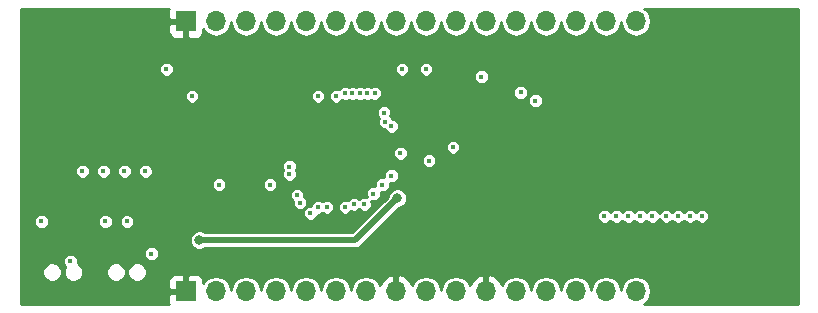
<source format=gbr>
G04 #@! TF.FileFunction,Copper,L2,Inr,Signal*
%FSLAX46Y46*%
G04 Gerber Fmt 4.6, Leading zero omitted, Abs format (unit mm)*
G04 Created by KiCad (PCBNEW 4.0.5) date 02/16/17 10:34:01*
%MOMM*%
%LPD*%
G01*
G04 APERTURE LIST*
%ADD10C,0.100000*%
%ADD11C,0.400000*%
%ADD12R,1.700000X1.700000*%
%ADD13O,1.700000X1.700000*%
%ADD14C,0.800000*%
%ADD15C,0.500000*%
%ADD16C,0.254000*%
G04 APERTURE END LIST*
D10*
D11*
X87500000Y-85000000D03*
X87500000Y-86000000D03*
X87500000Y-99000000D03*
X87500000Y-100000000D03*
X151500000Y-98000000D03*
X152500000Y-99000000D03*
X152500000Y-98000000D03*
X152500000Y-97000000D03*
X149500000Y-102000000D03*
X151500000Y-102000000D03*
X151500000Y-104000000D03*
X150500000Y-102000000D03*
X87500000Y-98000000D03*
X89500000Y-97000000D03*
X88500000Y-87000000D03*
X87500000Y-87000000D03*
X88500000Y-88000000D03*
X89500000Y-88000000D03*
X88500000Y-96000000D03*
X89500000Y-96000000D03*
X144000000Y-103000000D03*
X145000000Y-106000000D03*
X144000000Y-106000000D03*
X147000000Y-102000000D03*
X152500000Y-102000000D03*
X146000000Y-102000000D03*
X145000000Y-104000000D03*
X151500000Y-105000000D03*
X88500000Y-97000000D03*
X87500000Y-97000000D03*
X87500000Y-88000000D03*
X89500000Y-87000000D03*
X152500000Y-105000000D03*
X145000000Y-103000000D03*
X145000000Y-105000000D03*
X151500000Y-106000000D03*
X144000000Y-105000000D03*
X144000000Y-104000000D03*
X152500000Y-103000000D03*
X152500000Y-104000000D03*
X144000000Y-102000000D03*
X152500000Y-106000000D03*
X151500000Y-97000000D03*
X151500000Y-96000000D03*
X145000000Y-102000000D03*
X151500000Y-103000000D03*
X151500000Y-99000000D03*
X88500000Y-90000000D03*
X89500000Y-90000000D03*
X88500000Y-94000000D03*
X89500000Y-94000000D03*
X87500000Y-103000000D03*
X87500000Y-104000000D03*
X87500000Y-102000000D03*
X87500000Y-101000000D03*
X87500000Y-94000000D03*
X89500000Y-93000000D03*
X88500000Y-93000000D03*
X87500000Y-93000000D03*
X89500000Y-89000000D03*
X87500000Y-90000000D03*
X87500000Y-95000000D03*
X88500000Y-95000000D03*
X87500000Y-105000000D03*
X87500000Y-106000000D03*
X87500000Y-96000000D03*
X89500000Y-95000000D03*
X88500000Y-89000000D03*
X87500000Y-89000000D03*
X152500000Y-89000000D03*
X151500000Y-89000000D03*
X152500000Y-86000000D03*
X151500000Y-86000000D03*
X151500000Y-82000000D03*
X152500000Y-82000000D03*
X152500000Y-84000000D03*
X151500000Y-85000000D03*
X152500000Y-85000000D03*
X151500000Y-87000000D03*
X152500000Y-83000000D03*
X151500000Y-83000000D03*
X151500000Y-88000000D03*
X152500000Y-88000000D03*
X152500000Y-90000000D03*
X152500000Y-87000000D03*
X151500000Y-84000000D03*
X152500000Y-93000000D03*
X151500000Y-94000000D03*
X152500000Y-94000000D03*
X152500000Y-92000000D03*
X152500000Y-91000000D03*
X152500000Y-95000000D03*
X151500000Y-95000000D03*
X87500000Y-84000000D03*
X152500000Y-96000000D03*
X87500000Y-83000000D03*
D12*
X101092000Y-82550000D03*
D13*
X103632000Y-82550000D03*
X106172000Y-82550000D03*
X108712000Y-82550000D03*
X111252000Y-82550000D03*
X113792000Y-82550000D03*
X116332000Y-82550000D03*
X118872000Y-82550000D03*
X121412000Y-82550000D03*
X123952000Y-82550000D03*
X126492000Y-82550000D03*
X129032000Y-82550000D03*
X131572000Y-82550000D03*
X134112000Y-82550000D03*
X136652000Y-82550000D03*
X139192000Y-82550000D03*
D12*
X101092000Y-105410000D03*
D13*
X103632000Y-105410000D03*
X106172000Y-105410000D03*
X108712000Y-105410000D03*
X111252000Y-105410000D03*
X113792000Y-105410000D03*
X116332000Y-105410000D03*
X118872000Y-105410000D03*
X121412000Y-105410000D03*
X123952000Y-105410000D03*
X126492000Y-105410000D03*
X129032000Y-105410000D03*
X131572000Y-105410000D03*
X134112000Y-105410000D03*
X136652000Y-105410000D03*
X139192000Y-105410000D03*
D11*
X87500000Y-82000000D03*
X115714750Y-94886750D03*
X114602250Y-94886750D03*
X113489750Y-94886750D03*
X112377250Y-94886750D03*
X115714750Y-93774250D03*
X114602250Y-93774250D03*
X113489750Y-93774250D03*
X112377250Y-93774250D03*
X115714750Y-92661750D03*
X114602250Y-92661750D03*
X113489750Y-92661750D03*
X112377250Y-92661750D03*
X115714750Y-91549250D03*
X114602250Y-91549250D03*
X113489750Y-91549250D03*
X112377250Y-91549250D03*
X111633000Y-98806000D03*
X119380000Y-86614000D03*
X97663000Y-95250000D03*
X95885000Y-95250000D03*
X94107000Y-95250000D03*
X92329000Y-95250000D03*
X99441000Y-86614000D03*
X101600000Y-88900000D03*
X112268000Y-88900000D03*
X113792000Y-88900000D03*
X94260000Y-99500000D03*
X88860000Y-99500000D03*
X91313000Y-102870000D03*
X98171000Y-102235000D03*
X116967000Y-97155000D03*
X96100000Y-99500000D03*
D14*
X118999000Y-97536000D03*
X102235000Y-101092000D03*
D11*
X115824000Y-88646000D03*
X115189000Y-88646000D03*
X109855000Y-94869000D03*
X109855000Y-95504000D03*
X103886000Y-96393000D03*
X108204000Y-96393000D03*
X110490000Y-97282000D03*
X144780000Y-99060000D03*
X110744000Y-97917000D03*
X143764000Y-99060000D03*
X112268000Y-98298000D03*
X142748000Y-99060000D03*
X113030000Y-98298000D03*
X141732000Y-99060000D03*
X114554000Y-98298000D03*
X140589000Y-99060000D03*
X115316000Y-98044000D03*
X139573000Y-99060000D03*
X116205000Y-98044000D03*
X119253000Y-93726000D03*
X123698000Y-93218000D03*
X121412000Y-86614000D03*
X116459000Y-88646000D03*
X114554000Y-88646000D03*
X129421705Y-88585405D03*
X117094000Y-88646000D03*
X117856000Y-90297000D03*
X117983000Y-91059000D03*
X118491000Y-91440000D03*
X136525000Y-99060000D03*
X121666000Y-94361000D03*
X126111000Y-87249000D03*
X137541000Y-99060000D03*
X118491000Y-95631000D03*
X117729000Y-96393000D03*
X130683000Y-89281000D03*
X138557000Y-99060000D03*
D15*
X102235000Y-101092000D02*
X115443000Y-101092000D01*
X115443000Y-101092000D02*
X118999000Y-97536000D01*
D16*
G36*
X99607000Y-81573691D02*
X99607000Y-82264250D01*
X99765750Y-82423000D01*
X100965000Y-82423000D01*
X100965000Y-82403000D01*
X101219000Y-82403000D01*
X101219000Y-82423000D01*
X101239000Y-82423000D01*
X101239000Y-82677000D01*
X101219000Y-82677000D01*
X101219000Y-83876250D01*
X101377750Y-84035000D01*
X102068310Y-84035000D01*
X102301699Y-83938327D01*
X102480327Y-83759698D01*
X102577000Y-83526309D01*
X102577000Y-83250472D01*
X102729025Y-83477993D01*
X103143313Y-83754812D01*
X103632000Y-83852018D01*
X104120687Y-83754812D01*
X104534975Y-83477993D01*
X104811794Y-83063705D01*
X104902000Y-82610209D01*
X104992206Y-83063705D01*
X105269025Y-83477993D01*
X105683313Y-83754812D01*
X106172000Y-83852018D01*
X106660687Y-83754812D01*
X107074975Y-83477993D01*
X107351794Y-83063705D01*
X107442000Y-82610209D01*
X107532206Y-83063705D01*
X107809025Y-83477993D01*
X108223313Y-83754812D01*
X108712000Y-83852018D01*
X109200687Y-83754812D01*
X109614975Y-83477993D01*
X109891794Y-83063705D01*
X109982000Y-82610209D01*
X110072206Y-83063705D01*
X110349025Y-83477993D01*
X110763313Y-83754812D01*
X111252000Y-83852018D01*
X111740687Y-83754812D01*
X112154975Y-83477993D01*
X112431794Y-83063705D01*
X112522000Y-82610209D01*
X112612206Y-83063705D01*
X112889025Y-83477993D01*
X113303313Y-83754812D01*
X113792000Y-83852018D01*
X114280687Y-83754812D01*
X114694975Y-83477993D01*
X114971794Y-83063705D01*
X115062000Y-82610209D01*
X115152206Y-83063705D01*
X115429025Y-83477993D01*
X115843313Y-83754812D01*
X116332000Y-83852018D01*
X116820687Y-83754812D01*
X117234975Y-83477993D01*
X117511794Y-83063705D01*
X117602000Y-82610209D01*
X117692206Y-83063705D01*
X117969025Y-83477993D01*
X118383313Y-83754812D01*
X118872000Y-83852018D01*
X119360687Y-83754812D01*
X119774975Y-83477993D01*
X120051794Y-83063705D01*
X120142000Y-82610209D01*
X120232206Y-83063705D01*
X120509025Y-83477993D01*
X120923313Y-83754812D01*
X121412000Y-83852018D01*
X121900687Y-83754812D01*
X122314975Y-83477993D01*
X122591794Y-83063705D01*
X122682000Y-82610209D01*
X122772206Y-83063705D01*
X123049025Y-83477993D01*
X123463313Y-83754812D01*
X123952000Y-83852018D01*
X124440687Y-83754812D01*
X124854975Y-83477993D01*
X125131794Y-83063705D01*
X125222000Y-82610209D01*
X125312206Y-83063705D01*
X125589025Y-83477993D01*
X126003313Y-83754812D01*
X126492000Y-83852018D01*
X126980687Y-83754812D01*
X127394975Y-83477993D01*
X127671794Y-83063705D01*
X127762000Y-82610209D01*
X127852206Y-83063705D01*
X128129025Y-83477993D01*
X128543313Y-83754812D01*
X129032000Y-83852018D01*
X129520687Y-83754812D01*
X129934975Y-83477993D01*
X130211794Y-83063705D01*
X130302000Y-82610209D01*
X130392206Y-83063705D01*
X130669025Y-83477993D01*
X131083313Y-83754812D01*
X131572000Y-83852018D01*
X132060687Y-83754812D01*
X132474975Y-83477993D01*
X132751794Y-83063705D01*
X132842000Y-82610209D01*
X132932206Y-83063705D01*
X133209025Y-83477993D01*
X133623313Y-83754812D01*
X134112000Y-83852018D01*
X134600687Y-83754812D01*
X135014975Y-83477993D01*
X135291794Y-83063705D01*
X135382000Y-82610209D01*
X135472206Y-83063705D01*
X135749025Y-83477993D01*
X136163313Y-83754812D01*
X136652000Y-83852018D01*
X137140687Y-83754812D01*
X137554975Y-83477993D01*
X137831794Y-83063705D01*
X137922000Y-82610209D01*
X138012206Y-83063705D01*
X138289025Y-83477993D01*
X138703313Y-83754812D01*
X139192000Y-83852018D01*
X139680687Y-83754812D01*
X140094975Y-83477993D01*
X140371794Y-83063705D01*
X140469000Y-82575018D01*
X140469000Y-82524982D01*
X140371794Y-82036295D01*
X140094975Y-81622007D01*
X139915372Y-81502000D01*
X152873000Y-81502000D01*
X152873000Y-106498000D01*
X139855508Y-106498000D01*
X140094975Y-106337993D01*
X140371794Y-105923705D01*
X140469000Y-105435018D01*
X140469000Y-105384982D01*
X140371794Y-104896295D01*
X140094975Y-104482007D01*
X139680687Y-104205188D01*
X139192000Y-104107982D01*
X138703313Y-104205188D01*
X138289025Y-104482007D01*
X138012206Y-104896295D01*
X137922000Y-105349791D01*
X137831794Y-104896295D01*
X137554975Y-104482007D01*
X137140687Y-104205188D01*
X136652000Y-104107982D01*
X136163313Y-104205188D01*
X135749025Y-104482007D01*
X135472206Y-104896295D01*
X135382000Y-105349791D01*
X135291794Y-104896295D01*
X135014975Y-104482007D01*
X134600687Y-104205188D01*
X134112000Y-104107982D01*
X133623313Y-104205188D01*
X133209025Y-104482007D01*
X132932206Y-104896295D01*
X132842000Y-105349791D01*
X132751794Y-104896295D01*
X132474975Y-104482007D01*
X132060687Y-104205188D01*
X131572000Y-104107982D01*
X131083313Y-104205188D01*
X130669025Y-104482007D01*
X130392206Y-104896295D01*
X130302000Y-105349791D01*
X130211794Y-104896295D01*
X129934975Y-104482007D01*
X129520687Y-104205188D01*
X129032000Y-104107982D01*
X128543313Y-104205188D01*
X128129025Y-104482007D01*
X127856691Y-104889583D01*
X127687183Y-104528642D01*
X127258924Y-104138355D01*
X126848890Y-103968524D01*
X126619000Y-104089845D01*
X126619000Y-105283000D01*
X126639000Y-105283000D01*
X126639000Y-105537000D01*
X126619000Y-105537000D01*
X126619000Y-105557000D01*
X126365000Y-105557000D01*
X126365000Y-105537000D01*
X126345000Y-105537000D01*
X126345000Y-105283000D01*
X126365000Y-105283000D01*
X126365000Y-104089845D01*
X126135110Y-103968524D01*
X125725076Y-104138355D01*
X125296817Y-104528642D01*
X125127309Y-104889583D01*
X124854975Y-104482007D01*
X124440687Y-104205188D01*
X123952000Y-104107982D01*
X123463313Y-104205188D01*
X123049025Y-104482007D01*
X122772206Y-104896295D01*
X122682000Y-105349791D01*
X122591794Y-104896295D01*
X122314975Y-104482007D01*
X121900687Y-104205188D01*
X121412000Y-104107982D01*
X120923313Y-104205188D01*
X120509025Y-104482007D01*
X120236691Y-104889583D01*
X120067183Y-104528642D01*
X119638924Y-104138355D01*
X119228890Y-103968524D01*
X118999000Y-104089845D01*
X118999000Y-105283000D01*
X119019000Y-105283000D01*
X119019000Y-105537000D01*
X118999000Y-105537000D01*
X118999000Y-105557000D01*
X118745000Y-105557000D01*
X118745000Y-105537000D01*
X118725000Y-105537000D01*
X118725000Y-105283000D01*
X118745000Y-105283000D01*
X118745000Y-104089845D01*
X118515110Y-103968524D01*
X118105076Y-104138355D01*
X117676817Y-104528642D01*
X117507309Y-104889583D01*
X117234975Y-104482007D01*
X116820687Y-104205188D01*
X116332000Y-104107982D01*
X115843313Y-104205188D01*
X115429025Y-104482007D01*
X115152206Y-104896295D01*
X115062000Y-105349791D01*
X114971794Y-104896295D01*
X114694975Y-104482007D01*
X114280687Y-104205188D01*
X113792000Y-104107982D01*
X113303313Y-104205188D01*
X112889025Y-104482007D01*
X112612206Y-104896295D01*
X112522000Y-105349791D01*
X112431794Y-104896295D01*
X112154975Y-104482007D01*
X111740687Y-104205188D01*
X111252000Y-104107982D01*
X110763313Y-104205188D01*
X110349025Y-104482007D01*
X110072206Y-104896295D01*
X109982000Y-105349791D01*
X109891794Y-104896295D01*
X109614975Y-104482007D01*
X109200687Y-104205188D01*
X108712000Y-104107982D01*
X108223313Y-104205188D01*
X107809025Y-104482007D01*
X107532206Y-104896295D01*
X107442000Y-105349791D01*
X107351794Y-104896295D01*
X107074975Y-104482007D01*
X106660687Y-104205188D01*
X106172000Y-104107982D01*
X105683313Y-104205188D01*
X105269025Y-104482007D01*
X104992206Y-104896295D01*
X104902000Y-105349791D01*
X104811794Y-104896295D01*
X104534975Y-104482007D01*
X104120687Y-104205188D01*
X103632000Y-104107982D01*
X103143313Y-104205188D01*
X102729025Y-104482007D01*
X102577000Y-104709528D01*
X102577000Y-104433691D01*
X102480327Y-104200302D01*
X102301699Y-104021673D01*
X102068310Y-103925000D01*
X101377750Y-103925000D01*
X101219000Y-104083750D01*
X101219000Y-105283000D01*
X101239000Y-105283000D01*
X101239000Y-105537000D01*
X101219000Y-105537000D01*
X101219000Y-105557000D01*
X100965000Y-105557000D01*
X100965000Y-105537000D01*
X99765750Y-105537000D01*
X99607000Y-105695750D01*
X99607000Y-106386309D01*
X99653264Y-106498000D01*
X87127000Y-106498000D01*
X87127000Y-103958279D01*
X88933357Y-103958279D01*
X89058995Y-104262346D01*
X89291430Y-104495188D01*
X89595278Y-104621356D01*
X89924279Y-104621643D01*
X90228346Y-104496005D01*
X90461188Y-104263570D01*
X90587356Y-103959722D01*
X90587643Y-103630721D01*
X90462005Y-103326654D01*
X90229570Y-103093812D01*
X89989607Y-102994171D01*
X90685891Y-102994171D01*
X90781145Y-103224703D01*
X90870773Y-103314488D01*
X90859812Y-103325430D01*
X90733644Y-103629278D01*
X90733357Y-103958279D01*
X90858995Y-104262346D01*
X91091430Y-104495188D01*
X91395278Y-104621356D01*
X91724279Y-104621643D01*
X92028346Y-104496005D01*
X92261188Y-104263570D01*
X92387332Y-103959779D01*
X94330857Y-103959779D01*
X94456495Y-104263846D01*
X94688930Y-104496688D01*
X94992778Y-104622856D01*
X95321779Y-104623143D01*
X95625846Y-104497505D01*
X95858688Y-104265070D01*
X95984856Y-103961222D01*
X95984857Y-103959779D01*
X96130857Y-103959779D01*
X96256495Y-104263846D01*
X96488930Y-104496688D01*
X96792778Y-104622856D01*
X97121779Y-104623143D01*
X97425846Y-104497505D01*
X97489771Y-104433691D01*
X99607000Y-104433691D01*
X99607000Y-105124250D01*
X99765750Y-105283000D01*
X100965000Y-105283000D01*
X100965000Y-104083750D01*
X100806250Y-103925000D01*
X100115690Y-103925000D01*
X99882301Y-104021673D01*
X99703673Y-104200302D01*
X99607000Y-104433691D01*
X97489771Y-104433691D01*
X97658688Y-104265070D01*
X97784856Y-103961222D01*
X97785143Y-103632221D01*
X97659505Y-103328154D01*
X97427070Y-103095312D01*
X97123222Y-102969144D01*
X96794221Y-102968857D01*
X96490154Y-103094495D01*
X96257312Y-103326930D01*
X96131144Y-103630778D01*
X96130857Y-103959779D01*
X95984857Y-103959779D01*
X95985143Y-103632221D01*
X95859505Y-103328154D01*
X95627070Y-103095312D01*
X95323222Y-102969144D01*
X94994221Y-102968857D01*
X94690154Y-103094495D01*
X94457312Y-103326930D01*
X94331144Y-103630778D01*
X94330857Y-103959779D01*
X92387332Y-103959779D01*
X92387356Y-103959722D01*
X92387643Y-103630721D01*
X92262005Y-103326654D01*
X92029570Y-103093812D01*
X91918177Y-103047558D01*
X91939891Y-102995265D01*
X91940109Y-102745829D01*
X91844855Y-102515297D01*
X91689002Y-102359171D01*
X97543891Y-102359171D01*
X97639145Y-102589703D01*
X97815369Y-102766235D01*
X98045735Y-102861891D01*
X98295171Y-102862109D01*
X98525703Y-102766855D01*
X98702235Y-102590631D01*
X98797891Y-102360265D01*
X98798109Y-102110829D01*
X98702855Y-101880297D01*
X98526631Y-101703765D01*
X98296265Y-101608109D01*
X98046829Y-101607891D01*
X97816297Y-101703145D01*
X97639765Y-101879369D01*
X97544109Y-102109735D01*
X97543891Y-102359171D01*
X91689002Y-102359171D01*
X91668631Y-102338765D01*
X91438265Y-102243109D01*
X91188829Y-102242891D01*
X90958297Y-102338145D01*
X90781765Y-102514369D01*
X90686109Y-102744735D01*
X90685891Y-102994171D01*
X89989607Y-102994171D01*
X89925722Y-102967644D01*
X89596721Y-102967357D01*
X89292654Y-103092995D01*
X89059812Y-103325430D01*
X88933644Y-103629278D01*
X88933357Y-103958279D01*
X87127000Y-103958279D01*
X87127000Y-101255779D01*
X101407857Y-101255779D01*
X101533495Y-101559846D01*
X101765930Y-101792688D01*
X102069778Y-101918856D01*
X102398779Y-101919143D01*
X102702846Y-101793505D01*
X102727394Y-101769000D01*
X115443000Y-101769000D01*
X115702077Y-101717466D01*
X115921711Y-101570711D01*
X118308251Y-99184171D01*
X135897891Y-99184171D01*
X135993145Y-99414703D01*
X136169369Y-99591235D01*
X136399735Y-99686891D01*
X136649171Y-99687109D01*
X136879703Y-99591855D01*
X137033113Y-99438713D01*
X137185369Y-99591235D01*
X137415735Y-99686891D01*
X137665171Y-99687109D01*
X137895703Y-99591855D01*
X138049113Y-99438713D01*
X138201369Y-99591235D01*
X138431735Y-99686891D01*
X138681171Y-99687109D01*
X138911703Y-99591855D01*
X139065113Y-99438713D01*
X139217369Y-99591235D01*
X139447735Y-99686891D01*
X139697171Y-99687109D01*
X139927703Y-99591855D01*
X140081113Y-99438713D01*
X140233369Y-99591235D01*
X140463735Y-99686891D01*
X140713171Y-99687109D01*
X140943703Y-99591855D01*
X141120235Y-99415631D01*
X141160481Y-99318708D01*
X141200145Y-99414703D01*
X141376369Y-99591235D01*
X141606735Y-99686891D01*
X141856171Y-99687109D01*
X142086703Y-99591855D01*
X142240113Y-99438713D01*
X142392369Y-99591235D01*
X142622735Y-99686891D01*
X142872171Y-99687109D01*
X143102703Y-99591855D01*
X143256113Y-99438713D01*
X143408369Y-99591235D01*
X143638735Y-99686891D01*
X143888171Y-99687109D01*
X144118703Y-99591855D01*
X144272113Y-99438713D01*
X144424369Y-99591235D01*
X144654735Y-99686891D01*
X144904171Y-99687109D01*
X145134703Y-99591855D01*
X145311235Y-99415631D01*
X145406891Y-99185265D01*
X145407109Y-98935829D01*
X145311855Y-98705297D01*
X145135631Y-98528765D01*
X144905265Y-98433109D01*
X144655829Y-98432891D01*
X144425297Y-98528145D01*
X144271887Y-98681287D01*
X144119631Y-98528765D01*
X143889265Y-98433109D01*
X143639829Y-98432891D01*
X143409297Y-98528145D01*
X143255887Y-98681287D01*
X143103631Y-98528765D01*
X142873265Y-98433109D01*
X142623829Y-98432891D01*
X142393297Y-98528145D01*
X142239887Y-98681287D01*
X142087631Y-98528765D01*
X141857265Y-98433109D01*
X141607829Y-98432891D01*
X141377297Y-98528145D01*
X141200765Y-98704369D01*
X141160519Y-98801292D01*
X141120855Y-98705297D01*
X140944631Y-98528765D01*
X140714265Y-98433109D01*
X140464829Y-98432891D01*
X140234297Y-98528145D01*
X140080887Y-98681287D01*
X139928631Y-98528765D01*
X139698265Y-98433109D01*
X139448829Y-98432891D01*
X139218297Y-98528145D01*
X139064887Y-98681287D01*
X138912631Y-98528765D01*
X138682265Y-98433109D01*
X138432829Y-98432891D01*
X138202297Y-98528145D01*
X138048887Y-98681287D01*
X137896631Y-98528765D01*
X137666265Y-98433109D01*
X137416829Y-98432891D01*
X137186297Y-98528145D01*
X137032887Y-98681287D01*
X136880631Y-98528765D01*
X136650265Y-98433109D01*
X136400829Y-98432891D01*
X136170297Y-98528145D01*
X135993765Y-98704369D01*
X135898109Y-98934735D01*
X135897891Y-99184171D01*
X118308251Y-99184171D01*
X119129309Y-98363114D01*
X119162779Y-98363143D01*
X119466846Y-98237505D01*
X119699688Y-98005070D01*
X119825856Y-97701222D01*
X119826143Y-97372221D01*
X119700505Y-97068154D01*
X119468070Y-96835312D01*
X119164222Y-96709144D01*
X118835221Y-96708857D01*
X118531154Y-96834495D01*
X118298312Y-97066930D01*
X118172144Y-97370778D01*
X118172114Y-97405463D01*
X115162578Y-100415000D01*
X102727717Y-100415000D01*
X102704070Y-100391312D01*
X102400222Y-100265144D01*
X102071221Y-100264857D01*
X101767154Y-100390495D01*
X101534312Y-100622930D01*
X101408144Y-100926778D01*
X101407857Y-101255779D01*
X87127000Y-101255779D01*
X87127000Y-99624171D01*
X88232891Y-99624171D01*
X88328145Y-99854703D01*
X88504369Y-100031235D01*
X88734735Y-100126891D01*
X88984171Y-100127109D01*
X89214703Y-100031855D01*
X89391235Y-99855631D01*
X89486891Y-99625265D01*
X89486891Y-99624171D01*
X93632891Y-99624171D01*
X93728145Y-99854703D01*
X93904369Y-100031235D01*
X94134735Y-100126891D01*
X94384171Y-100127109D01*
X94614703Y-100031855D01*
X94791235Y-99855631D01*
X94886891Y-99625265D01*
X94886891Y-99624171D01*
X95472891Y-99624171D01*
X95568145Y-99854703D01*
X95744369Y-100031235D01*
X95974735Y-100126891D01*
X96224171Y-100127109D01*
X96454703Y-100031855D01*
X96631235Y-99855631D01*
X96726891Y-99625265D01*
X96727109Y-99375829D01*
X96631855Y-99145297D01*
X96455631Y-98968765D01*
X96362687Y-98930171D01*
X111005891Y-98930171D01*
X111101145Y-99160703D01*
X111277369Y-99337235D01*
X111507735Y-99432891D01*
X111757171Y-99433109D01*
X111987703Y-99337855D01*
X112164235Y-99161631D01*
X112259891Y-98931265D01*
X112259896Y-98924993D01*
X112392171Y-98925109D01*
X112622703Y-98829855D01*
X112648891Y-98803713D01*
X112674369Y-98829235D01*
X112904735Y-98924891D01*
X113154171Y-98925109D01*
X113384703Y-98829855D01*
X113561235Y-98653631D01*
X113656891Y-98423265D01*
X113656891Y-98422171D01*
X113926891Y-98422171D01*
X114022145Y-98652703D01*
X114198369Y-98829235D01*
X114428735Y-98924891D01*
X114678171Y-98925109D01*
X114908703Y-98829855D01*
X115085235Y-98653631D01*
X115094637Y-98630988D01*
X115190735Y-98670891D01*
X115440171Y-98671109D01*
X115670703Y-98575855D01*
X115760502Y-98486213D01*
X115849369Y-98575235D01*
X116079735Y-98670891D01*
X116329171Y-98671109D01*
X116559703Y-98575855D01*
X116736235Y-98399631D01*
X116831891Y-98169265D01*
X116832109Y-97919829D01*
X116761317Y-97748498D01*
X116841735Y-97781891D01*
X117091171Y-97782109D01*
X117321703Y-97686855D01*
X117498235Y-97510631D01*
X117593891Y-97280265D01*
X117594109Y-97030829D01*
X117586660Y-97012801D01*
X117603735Y-97019891D01*
X117853171Y-97020109D01*
X118083703Y-96924855D01*
X118260235Y-96748631D01*
X118355891Y-96518265D01*
X118356109Y-96268829D01*
X118348660Y-96250801D01*
X118365735Y-96257891D01*
X118615171Y-96258109D01*
X118845703Y-96162855D01*
X119022235Y-95986631D01*
X119117891Y-95756265D01*
X119118109Y-95506829D01*
X119022855Y-95276297D01*
X118846631Y-95099765D01*
X118616265Y-95004109D01*
X118366829Y-95003891D01*
X118136297Y-95099145D01*
X117959765Y-95275369D01*
X117864109Y-95505735D01*
X117863891Y-95755171D01*
X117871340Y-95773199D01*
X117854265Y-95766109D01*
X117604829Y-95765891D01*
X117374297Y-95861145D01*
X117197765Y-96037369D01*
X117102109Y-96267735D01*
X117101891Y-96517171D01*
X117109340Y-96535199D01*
X117092265Y-96528109D01*
X116842829Y-96527891D01*
X116612297Y-96623145D01*
X116435765Y-96799369D01*
X116340109Y-97029735D01*
X116339891Y-97279171D01*
X116410683Y-97450502D01*
X116330265Y-97417109D01*
X116080829Y-97416891D01*
X115850297Y-97512145D01*
X115760498Y-97601787D01*
X115671631Y-97512765D01*
X115441265Y-97417109D01*
X115191829Y-97416891D01*
X114961297Y-97512145D01*
X114784765Y-97688369D01*
X114775363Y-97711012D01*
X114679265Y-97671109D01*
X114429829Y-97670891D01*
X114199297Y-97766145D01*
X114022765Y-97942369D01*
X113927109Y-98172735D01*
X113926891Y-98422171D01*
X113656891Y-98422171D01*
X113657109Y-98173829D01*
X113561855Y-97943297D01*
X113385631Y-97766765D01*
X113155265Y-97671109D01*
X112905829Y-97670891D01*
X112675297Y-97766145D01*
X112649109Y-97792287D01*
X112623631Y-97766765D01*
X112393265Y-97671109D01*
X112143829Y-97670891D01*
X111913297Y-97766145D01*
X111736765Y-97942369D01*
X111641109Y-98172735D01*
X111641104Y-98179007D01*
X111508829Y-98178891D01*
X111278297Y-98274145D01*
X111101765Y-98450369D01*
X111006109Y-98680735D01*
X111005891Y-98930171D01*
X96362687Y-98930171D01*
X96225265Y-98873109D01*
X95975829Y-98872891D01*
X95745297Y-98968145D01*
X95568765Y-99144369D01*
X95473109Y-99374735D01*
X95472891Y-99624171D01*
X94886891Y-99624171D01*
X94887109Y-99375829D01*
X94791855Y-99145297D01*
X94615631Y-98968765D01*
X94385265Y-98873109D01*
X94135829Y-98872891D01*
X93905297Y-98968145D01*
X93728765Y-99144369D01*
X93633109Y-99374735D01*
X93632891Y-99624171D01*
X89486891Y-99624171D01*
X89487109Y-99375829D01*
X89391855Y-99145297D01*
X89215631Y-98968765D01*
X88985265Y-98873109D01*
X88735829Y-98872891D01*
X88505297Y-98968145D01*
X88328765Y-99144369D01*
X88233109Y-99374735D01*
X88232891Y-99624171D01*
X87127000Y-99624171D01*
X87127000Y-97406171D01*
X109862891Y-97406171D01*
X109958145Y-97636703D01*
X110117105Y-97795941D01*
X110116891Y-98041171D01*
X110212145Y-98271703D01*
X110388369Y-98448235D01*
X110618735Y-98543891D01*
X110868171Y-98544109D01*
X111098703Y-98448855D01*
X111275235Y-98272631D01*
X111370891Y-98042265D01*
X111371109Y-97792829D01*
X111275855Y-97562297D01*
X111116895Y-97403059D01*
X111117109Y-97157829D01*
X111021855Y-96927297D01*
X110845631Y-96750765D01*
X110615265Y-96655109D01*
X110365829Y-96654891D01*
X110135297Y-96750145D01*
X109958765Y-96926369D01*
X109863109Y-97156735D01*
X109862891Y-97406171D01*
X87127000Y-97406171D01*
X87127000Y-96517171D01*
X103258891Y-96517171D01*
X103354145Y-96747703D01*
X103530369Y-96924235D01*
X103760735Y-97019891D01*
X104010171Y-97020109D01*
X104240703Y-96924855D01*
X104417235Y-96748631D01*
X104512891Y-96518265D01*
X104512891Y-96517171D01*
X107576891Y-96517171D01*
X107672145Y-96747703D01*
X107848369Y-96924235D01*
X108078735Y-97019891D01*
X108328171Y-97020109D01*
X108558703Y-96924855D01*
X108735235Y-96748631D01*
X108830891Y-96518265D01*
X108831109Y-96268829D01*
X108735855Y-96038297D01*
X108559631Y-95861765D01*
X108329265Y-95766109D01*
X108079829Y-95765891D01*
X107849297Y-95861145D01*
X107672765Y-96037369D01*
X107577109Y-96267735D01*
X107576891Y-96517171D01*
X104512891Y-96517171D01*
X104513109Y-96268829D01*
X104417855Y-96038297D01*
X104241631Y-95861765D01*
X104011265Y-95766109D01*
X103761829Y-95765891D01*
X103531297Y-95861145D01*
X103354765Y-96037369D01*
X103259109Y-96267735D01*
X103258891Y-96517171D01*
X87127000Y-96517171D01*
X87127000Y-95374171D01*
X91701891Y-95374171D01*
X91797145Y-95604703D01*
X91973369Y-95781235D01*
X92203735Y-95876891D01*
X92453171Y-95877109D01*
X92683703Y-95781855D01*
X92860235Y-95605631D01*
X92955891Y-95375265D01*
X92955891Y-95374171D01*
X93479891Y-95374171D01*
X93575145Y-95604703D01*
X93751369Y-95781235D01*
X93981735Y-95876891D01*
X94231171Y-95877109D01*
X94461703Y-95781855D01*
X94638235Y-95605631D01*
X94733891Y-95375265D01*
X94733891Y-95374171D01*
X95257891Y-95374171D01*
X95353145Y-95604703D01*
X95529369Y-95781235D01*
X95759735Y-95876891D01*
X96009171Y-95877109D01*
X96239703Y-95781855D01*
X96416235Y-95605631D01*
X96511891Y-95375265D01*
X96511891Y-95374171D01*
X97035891Y-95374171D01*
X97131145Y-95604703D01*
X97307369Y-95781235D01*
X97537735Y-95876891D01*
X97787171Y-95877109D01*
X98017703Y-95781855D01*
X98194235Y-95605631D01*
X98289891Y-95375265D01*
X98290109Y-95125829D01*
X98235296Y-94993171D01*
X109227891Y-94993171D01*
X109307852Y-95186692D01*
X109228109Y-95378735D01*
X109227891Y-95628171D01*
X109323145Y-95858703D01*
X109499369Y-96035235D01*
X109729735Y-96130891D01*
X109979171Y-96131109D01*
X110209703Y-96035855D01*
X110386235Y-95859631D01*
X110481891Y-95629265D01*
X110482109Y-95379829D01*
X110402148Y-95186308D01*
X110481891Y-94994265D01*
X110482109Y-94744829D01*
X110386855Y-94514297D01*
X110357780Y-94485171D01*
X121038891Y-94485171D01*
X121134145Y-94715703D01*
X121310369Y-94892235D01*
X121540735Y-94987891D01*
X121790171Y-94988109D01*
X122020703Y-94892855D01*
X122197235Y-94716631D01*
X122292891Y-94486265D01*
X122293109Y-94236829D01*
X122197855Y-94006297D01*
X122021631Y-93829765D01*
X121791265Y-93734109D01*
X121541829Y-93733891D01*
X121311297Y-93829145D01*
X121134765Y-94005369D01*
X121039109Y-94235735D01*
X121038891Y-94485171D01*
X110357780Y-94485171D01*
X110210631Y-94337765D01*
X109980265Y-94242109D01*
X109730829Y-94241891D01*
X109500297Y-94337145D01*
X109323765Y-94513369D01*
X109228109Y-94743735D01*
X109227891Y-94993171D01*
X98235296Y-94993171D01*
X98194855Y-94895297D01*
X98018631Y-94718765D01*
X97788265Y-94623109D01*
X97538829Y-94622891D01*
X97308297Y-94718145D01*
X97131765Y-94894369D01*
X97036109Y-95124735D01*
X97035891Y-95374171D01*
X96511891Y-95374171D01*
X96512109Y-95125829D01*
X96416855Y-94895297D01*
X96240631Y-94718765D01*
X96010265Y-94623109D01*
X95760829Y-94622891D01*
X95530297Y-94718145D01*
X95353765Y-94894369D01*
X95258109Y-95124735D01*
X95257891Y-95374171D01*
X94733891Y-95374171D01*
X94734109Y-95125829D01*
X94638855Y-94895297D01*
X94462631Y-94718765D01*
X94232265Y-94623109D01*
X93982829Y-94622891D01*
X93752297Y-94718145D01*
X93575765Y-94894369D01*
X93480109Y-95124735D01*
X93479891Y-95374171D01*
X92955891Y-95374171D01*
X92956109Y-95125829D01*
X92860855Y-94895297D01*
X92684631Y-94718765D01*
X92454265Y-94623109D01*
X92204829Y-94622891D01*
X91974297Y-94718145D01*
X91797765Y-94894369D01*
X91702109Y-95124735D01*
X91701891Y-95374171D01*
X87127000Y-95374171D01*
X87127000Y-93850171D01*
X118625891Y-93850171D01*
X118721145Y-94080703D01*
X118897369Y-94257235D01*
X119127735Y-94352891D01*
X119377171Y-94353109D01*
X119607703Y-94257855D01*
X119784235Y-94081631D01*
X119879891Y-93851265D01*
X119880109Y-93601829D01*
X119784855Y-93371297D01*
X119755780Y-93342171D01*
X123070891Y-93342171D01*
X123166145Y-93572703D01*
X123342369Y-93749235D01*
X123572735Y-93844891D01*
X123822171Y-93845109D01*
X124052703Y-93749855D01*
X124229235Y-93573631D01*
X124324891Y-93343265D01*
X124325109Y-93093829D01*
X124229855Y-92863297D01*
X124053631Y-92686765D01*
X123823265Y-92591109D01*
X123573829Y-92590891D01*
X123343297Y-92686145D01*
X123166765Y-92862369D01*
X123071109Y-93092735D01*
X123070891Y-93342171D01*
X119755780Y-93342171D01*
X119608631Y-93194765D01*
X119378265Y-93099109D01*
X119128829Y-93098891D01*
X118898297Y-93194145D01*
X118721765Y-93370369D01*
X118626109Y-93600735D01*
X118625891Y-93850171D01*
X87127000Y-93850171D01*
X87127000Y-90421171D01*
X117228891Y-90421171D01*
X117324145Y-90651703D01*
X117429426Y-90757168D01*
X117356109Y-90933735D01*
X117355891Y-91183171D01*
X117451145Y-91413703D01*
X117627369Y-91590235D01*
X117857735Y-91685891D01*
X117914205Y-91685940D01*
X117959145Y-91794703D01*
X118135369Y-91971235D01*
X118365735Y-92066891D01*
X118615171Y-92067109D01*
X118845703Y-91971855D01*
X119022235Y-91795631D01*
X119117891Y-91565265D01*
X119118109Y-91315829D01*
X119022855Y-91085297D01*
X118846631Y-90908765D01*
X118616265Y-90813109D01*
X118559795Y-90813060D01*
X118514855Y-90704297D01*
X118409574Y-90598832D01*
X118482891Y-90422265D01*
X118483109Y-90172829D01*
X118387855Y-89942297D01*
X118211631Y-89765765D01*
X117981265Y-89670109D01*
X117731829Y-89669891D01*
X117501297Y-89765145D01*
X117324765Y-89941369D01*
X117229109Y-90171735D01*
X117228891Y-90421171D01*
X87127000Y-90421171D01*
X87127000Y-89024171D01*
X100972891Y-89024171D01*
X101068145Y-89254703D01*
X101244369Y-89431235D01*
X101474735Y-89526891D01*
X101724171Y-89527109D01*
X101954703Y-89431855D01*
X102131235Y-89255631D01*
X102226891Y-89025265D01*
X102226891Y-89024171D01*
X111640891Y-89024171D01*
X111736145Y-89254703D01*
X111912369Y-89431235D01*
X112142735Y-89526891D01*
X112392171Y-89527109D01*
X112622703Y-89431855D01*
X112799235Y-89255631D01*
X112894891Y-89025265D01*
X112894891Y-89024171D01*
X113164891Y-89024171D01*
X113260145Y-89254703D01*
X113436369Y-89431235D01*
X113666735Y-89526891D01*
X113916171Y-89527109D01*
X114146703Y-89431855D01*
X114173433Y-89405171D01*
X130055891Y-89405171D01*
X130151145Y-89635703D01*
X130327369Y-89812235D01*
X130557735Y-89907891D01*
X130807171Y-89908109D01*
X131037703Y-89812855D01*
X131214235Y-89636631D01*
X131309891Y-89406265D01*
X131310109Y-89156829D01*
X131214855Y-88926297D01*
X131038631Y-88749765D01*
X130808265Y-88654109D01*
X130558829Y-88653891D01*
X130328297Y-88749145D01*
X130151765Y-88925369D01*
X130056109Y-89155735D01*
X130055891Y-89405171D01*
X114173433Y-89405171D01*
X114323235Y-89255631D01*
X114332637Y-89232988D01*
X114428735Y-89272891D01*
X114678171Y-89273109D01*
X114871692Y-89193148D01*
X115063735Y-89272891D01*
X115313171Y-89273109D01*
X115506692Y-89193148D01*
X115698735Y-89272891D01*
X115948171Y-89273109D01*
X116141692Y-89193148D01*
X116333735Y-89272891D01*
X116583171Y-89273109D01*
X116776692Y-89193148D01*
X116968735Y-89272891D01*
X117218171Y-89273109D01*
X117448703Y-89177855D01*
X117625235Y-89001631D01*
X117720891Y-88771265D01*
X117720944Y-88709576D01*
X128794596Y-88709576D01*
X128889850Y-88940108D01*
X129066074Y-89116640D01*
X129296440Y-89212296D01*
X129545876Y-89212514D01*
X129776408Y-89117260D01*
X129952940Y-88941036D01*
X130048596Y-88710670D01*
X130048814Y-88461234D01*
X129953560Y-88230702D01*
X129777336Y-88054170D01*
X129546970Y-87958514D01*
X129297534Y-87958296D01*
X129067002Y-88053550D01*
X128890470Y-88229774D01*
X128794814Y-88460140D01*
X128794596Y-88709576D01*
X117720944Y-88709576D01*
X117721109Y-88521829D01*
X117625855Y-88291297D01*
X117449631Y-88114765D01*
X117219265Y-88019109D01*
X116969829Y-88018891D01*
X116776308Y-88098852D01*
X116584265Y-88019109D01*
X116334829Y-88018891D01*
X116141308Y-88098852D01*
X115949265Y-88019109D01*
X115699829Y-88018891D01*
X115506308Y-88098852D01*
X115314265Y-88019109D01*
X115064829Y-88018891D01*
X114871308Y-88098852D01*
X114679265Y-88019109D01*
X114429829Y-88018891D01*
X114199297Y-88114145D01*
X114022765Y-88290369D01*
X114013363Y-88313012D01*
X113917265Y-88273109D01*
X113667829Y-88272891D01*
X113437297Y-88368145D01*
X113260765Y-88544369D01*
X113165109Y-88774735D01*
X113164891Y-89024171D01*
X112894891Y-89024171D01*
X112895109Y-88775829D01*
X112799855Y-88545297D01*
X112623631Y-88368765D01*
X112393265Y-88273109D01*
X112143829Y-88272891D01*
X111913297Y-88368145D01*
X111736765Y-88544369D01*
X111641109Y-88774735D01*
X111640891Y-89024171D01*
X102226891Y-89024171D01*
X102227109Y-88775829D01*
X102131855Y-88545297D01*
X101955631Y-88368765D01*
X101725265Y-88273109D01*
X101475829Y-88272891D01*
X101245297Y-88368145D01*
X101068765Y-88544369D01*
X100973109Y-88774735D01*
X100972891Y-89024171D01*
X87127000Y-89024171D01*
X87127000Y-87373171D01*
X125483891Y-87373171D01*
X125579145Y-87603703D01*
X125755369Y-87780235D01*
X125985735Y-87875891D01*
X126235171Y-87876109D01*
X126465703Y-87780855D01*
X126642235Y-87604631D01*
X126737891Y-87374265D01*
X126738109Y-87124829D01*
X126642855Y-86894297D01*
X126466631Y-86717765D01*
X126236265Y-86622109D01*
X125986829Y-86621891D01*
X125756297Y-86717145D01*
X125579765Y-86893369D01*
X125484109Y-87123735D01*
X125483891Y-87373171D01*
X87127000Y-87373171D01*
X87127000Y-86738171D01*
X98813891Y-86738171D01*
X98909145Y-86968703D01*
X99085369Y-87145235D01*
X99315735Y-87240891D01*
X99565171Y-87241109D01*
X99795703Y-87145855D01*
X99972235Y-86969631D01*
X100067891Y-86739265D01*
X100067891Y-86738171D01*
X118752891Y-86738171D01*
X118848145Y-86968703D01*
X119024369Y-87145235D01*
X119254735Y-87240891D01*
X119504171Y-87241109D01*
X119734703Y-87145855D01*
X119911235Y-86969631D01*
X120006891Y-86739265D01*
X120006891Y-86738171D01*
X120784891Y-86738171D01*
X120880145Y-86968703D01*
X121056369Y-87145235D01*
X121286735Y-87240891D01*
X121536171Y-87241109D01*
X121766703Y-87145855D01*
X121943235Y-86969631D01*
X122038891Y-86739265D01*
X122039109Y-86489829D01*
X121943855Y-86259297D01*
X121767631Y-86082765D01*
X121537265Y-85987109D01*
X121287829Y-85986891D01*
X121057297Y-86082145D01*
X120880765Y-86258369D01*
X120785109Y-86488735D01*
X120784891Y-86738171D01*
X120006891Y-86738171D01*
X120007109Y-86489829D01*
X119911855Y-86259297D01*
X119735631Y-86082765D01*
X119505265Y-85987109D01*
X119255829Y-85986891D01*
X119025297Y-86082145D01*
X118848765Y-86258369D01*
X118753109Y-86488735D01*
X118752891Y-86738171D01*
X100067891Y-86738171D01*
X100068109Y-86489829D01*
X99972855Y-86259297D01*
X99796631Y-86082765D01*
X99566265Y-85987109D01*
X99316829Y-85986891D01*
X99086297Y-86082145D01*
X98909765Y-86258369D01*
X98814109Y-86488735D01*
X98813891Y-86738171D01*
X87127000Y-86738171D01*
X87127000Y-82835750D01*
X99607000Y-82835750D01*
X99607000Y-83526309D01*
X99703673Y-83759698D01*
X99882301Y-83938327D01*
X100115690Y-84035000D01*
X100806250Y-84035000D01*
X100965000Y-83876250D01*
X100965000Y-82677000D01*
X99765750Y-82677000D01*
X99607000Y-82835750D01*
X87127000Y-82835750D01*
X87127000Y-81502000D01*
X99636695Y-81502000D01*
X99607000Y-81573691D01*
X99607000Y-81573691D01*
G37*
X99607000Y-81573691D02*
X99607000Y-82264250D01*
X99765750Y-82423000D01*
X100965000Y-82423000D01*
X100965000Y-82403000D01*
X101219000Y-82403000D01*
X101219000Y-82423000D01*
X101239000Y-82423000D01*
X101239000Y-82677000D01*
X101219000Y-82677000D01*
X101219000Y-83876250D01*
X101377750Y-84035000D01*
X102068310Y-84035000D01*
X102301699Y-83938327D01*
X102480327Y-83759698D01*
X102577000Y-83526309D01*
X102577000Y-83250472D01*
X102729025Y-83477993D01*
X103143313Y-83754812D01*
X103632000Y-83852018D01*
X104120687Y-83754812D01*
X104534975Y-83477993D01*
X104811794Y-83063705D01*
X104902000Y-82610209D01*
X104992206Y-83063705D01*
X105269025Y-83477993D01*
X105683313Y-83754812D01*
X106172000Y-83852018D01*
X106660687Y-83754812D01*
X107074975Y-83477993D01*
X107351794Y-83063705D01*
X107442000Y-82610209D01*
X107532206Y-83063705D01*
X107809025Y-83477993D01*
X108223313Y-83754812D01*
X108712000Y-83852018D01*
X109200687Y-83754812D01*
X109614975Y-83477993D01*
X109891794Y-83063705D01*
X109982000Y-82610209D01*
X110072206Y-83063705D01*
X110349025Y-83477993D01*
X110763313Y-83754812D01*
X111252000Y-83852018D01*
X111740687Y-83754812D01*
X112154975Y-83477993D01*
X112431794Y-83063705D01*
X112522000Y-82610209D01*
X112612206Y-83063705D01*
X112889025Y-83477993D01*
X113303313Y-83754812D01*
X113792000Y-83852018D01*
X114280687Y-83754812D01*
X114694975Y-83477993D01*
X114971794Y-83063705D01*
X115062000Y-82610209D01*
X115152206Y-83063705D01*
X115429025Y-83477993D01*
X115843313Y-83754812D01*
X116332000Y-83852018D01*
X116820687Y-83754812D01*
X117234975Y-83477993D01*
X117511794Y-83063705D01*
X117602000Y-82610209D01*
X117692206Y-83063705D01*
X117969025Y-83477993D01*
X118383313Y-83754812D01*
X118872000Y-83852018D01*
X119360687Y-83754812D01*
X119774975Y-83477993D01*
X120051794Y-83063705D01*
X120142000Y-82610209D01*
X120232206Y-83063705D01*
X120509025Y-83477993D01*
X120923313Y-83754812D01*
X121412000Y-83852018D01*
X121900687Y-83754812D01*
X122314975Y-83477993D01*
X122591794Y-83063705D01*
X122682000Y-82610209D01*
X122772206Y-83063705D01*
X123049025Y-83477993D01*
X123463313Y-83754812D01*
X123952000Y-83852018D01*
X124440687Y-83754812D01*
X124854975Y-83477993D01*
X125131794Y-83063705D01*
X125222000Y-82610209D01*
X125312206Y-83063705D01*
X125589025Y-83477993D01*
X126003313Y-83754812D01*
X126492000Y-83852018D01*
X126980687Y-83754812D01*
X127394975Y-83477993D01*
X127671794Y-83063705D01*
X127762000Y-82610209D01*
X127852206Y-83063705D01*
X128129025Y-83477993D01*
X128543313Y-83754812D01*
X129032000Y-83852018D01*
X129520687Y-83754812D01*
X129934975Y-83477993D01*
X130211794Y-83063705D01*
X130302000Y-82610209D01*
X130392206Y-83063705D01*
X130669025Y-83477993D01*
X131083313Y-83754812D01*
X131572000Y-83852018D01*
X132060687Y-83754812D01*
X132474975Y-83477993D01*
X132751794Y-83063705D01*
X132842000Y-82610209D01*
X132932206Y-83063705D01*
X133209025Y-83477993D01*
X133623313Y-83754812D01*
X134112000Y-83852018D01*
X134600687Y-83754812D01*
X135014975Y-83477993D01*
X135291794Y-83063705D01*
X135382000Y-82610209D01*
X135472206Y-83063705D01*
X135749025Y-83477993D01*
X136163313Y-83754812D01*
X136652000Y-83852018D01*
X137140687Y-83754812D01*
X137554975Y-83477993D01*
X137831794Y-83063705D01*
X137922000Y-82610209D01*
X138012206Y-83063705D01*
X138289025Y-83477993D01*
X138703313Y-83754812D01*
X139192000Y-83852018D01*
X139680687Y-83754812D01*
X140094975Y-83477993D01*
X140371794Y-83063705D01*
X140469000Y-82575018D01*
X140469000Y-82524982D01*
X140371794Y-82036295D01*
X140094975Y-81622007D01*
X139915372Y-81502000D01*
X152873000Y-81502000D01*
X152873000Y-106498000D01*
X139855508Y-106498000D01*
X140094975Y-106337993D01*
X140371794Y-105923705D01*
X140469000Y-105435018D01*
X140469000Y-105384982D01*
X140371794Y-104896295D01*
X140094975Y-104482007D01*
X139680687Y-104205188D01*
X139192000Y-104107982D01*
X138703313Y-104205188D01*
X138289025Y-104482007D01*
X138012206Y-104896295D01*
X137922000Y-105349791D01*
X137831794Y-104896295D01*
X137554975Y-104482007D01*
X137140687Y-104205188D01*
X136652000Y-104107982D01*
X136163313Y-104205188D01*
X135749025Y-104482007D01*
X135472206Y-104896295D01*
X135382000Y-105349791D01*
X135291794Y-104896295D01*
X135014975Y-104482007D01*
X134600687Y-104205188D01*
X134112000Y-104107982D01*
X133623313Y-104205188D01*
X133209025Y-104482007D01*
X132932206Y-104896295D01*
X132842000Y-105349791D01*
X132751794Y-104896295D01*
X132474975Y-104482007D01*
X132060687Y-104205188D01*
X131572000Y-104107982D01*
X131083313Y-104205188D01*
X130669025Y-104482007D01*
X130392206Y-104896295D01*
X130302000Y-105349791D01*
X130211794Y-104896295D01*
X129934975Y-104482007D01*
X129520687Y-104205188D01*
X129032000Y-104107982D01*
X128543313Y-104205188D01*
X128129025Y-104482007D01*
X127856691Y-104889583D01*
X127687183Y-104528642D01*
X127258924Y-104138355D01*
X126848890Y-103968524D01*
X126619000Y-104089845D01*
X126619000Y-105283000D01*
X126639000Y-105283000D01*
X126639000Y-105537000D01*
X126619000Y-105537000D01*
X126619000Y-105557000D01*
X126365000Y-105557000D01*
X126365000Y-105537000D01*
X126345000Y-105537000D01*
X126345000Y-105283000D01*
X126365000Y-105283000D01*
X126365000Y-104089845D01*
X126135110Y-103968524D01*
X125725076Y-104138355D01*
X125296817Y-104528642D01*
X125127309Y-104889583D01*
X124854975Y-104482007D01*
X124440687Y-104205188D01*
X123952000Y-104107982D01*
X123463313Y-104205188D01*
X123049025Y-104482007D01*
X122772206Y-104896295D01*
X122682000Y-105349791D01*
X122591794Y-104896295D01*
X122314975Y-104482007D01*
X121900687Y-104205188D01*
X121412000Y-104107982D01*
X120923313Y-104205188D01*
X120509025Y-104482007D01*
X120236691Y-104889583D01*
X120067183Y-104528642D01*
X119638924Y-104138355D01*
X119228890Y-103968524D01*
X118999000Y-104089845D01*
X118999000Y-105283000D01*
X119019000Y-105283000D01*
X119019000Y-105537000D01*
X118999000Y-105537000D01*
X118999000Y-105557000D01*
X118745000Y-105557000D01*
X118745000Y-105537000D01*
X118725000Y-105537000D01*
X118725000Y-105283000D01*
X118745000Y-105283000D01*
X118745000Y-104089845D01*
X118515110Y-103968524D01*
X118105076Y-104138355D01*
X117676817Y-104528642D01*
X117507309Y-104889583D01*
X117234975Y-104482007D01*
X116820687Y-104205188D01*
X116332000Y-104107982D01*
X115843313Y-104205188D01*
X115429025Y-104482007D01*
X115152206Y-104896295D01*
X115062000Y-105349791D01*
X114971794Y-104896295D01*
X114694975Y-104482007D01*
X114280687Y-104205188D01*
X113792000Y-104107982D01*
X113303313Y-104205188D01*
X112889025Y-104482007D01*
X112612206Y-104896295D01*
X112522000Y-105349791D01*
X112431794Y-104896295D01*
X112154975Y-104482007D01*
X111740687Y-104205188D01*
X111252000Y-104107982D01*
X110763313Y-104205188D01*
X110349025Y-104482007D01*
X110072206Y-104896295D01*
X109982000Y-105349791D01*
X109891794Y-104896295D01*
X109614975Y-104482007D01*
X109200687Y-104205188D01*
X108712000Y-104107982D01*
X108223313Y-104205188D01*
X107809025Y-104482007D01*
X107532206Y-104896295D01*
X107442000Y-105349791D01*
X107351794Y-104896295D01*
X107074975Y-104482007D01*
X106660687Y-104205188D01*
X106172000Y-104107982D01*
X105683313Y-104205188D01*
X105269025Y-104482007D01*
X104992206Y-104896295D01*
X104902000Y-105349791D01*
X104811794Y-104896295D01*
X104534975Y-104482007D01*
X104120687Y-104205188D01*
X103632000Y-104107982D01*
X103143313Y-104205188D01*
X102729025Y-104482007D01*
X102577000Y-104709528D01*
X102577000Y-104433691D01*
X102480327Y-104200302D01*
X102301699Y-104021673D01*
X102068310Y-103925000D01*
X101377750Y-103925000D01*
X101219000Y-104083750D01*
X101219000Y-105283000D01*
X101239000Y-105283000D01*
X101239000Y-105537000D01*
X101219000Y-105537000D01*
X101219000Y-105557000D01*
X100965000Y-105557000D01*
X100965000Y-105537000D01*
X99765750Y-105537000D01*
X99607000Y-105695750D01*
X99607000Y-106386309D01*
X99653264Y-106498000D01*
X87127000Y-106498000D01*
X87127000Y-103958279D01*
X88933357Y-103958279D01*
X89058995Y-104262346D01*
X89291430Y-104495188D01*
X89595278Y-104621356D01*
X89924279Y-104621643D01*
X90228346Y-104496005D01*
X90461188Y-104263570D01*
X90587356Y-103959722D01*
X90587643Y-103630721D01*
X90462005Y-103326654D01*
X90229570Y-103093812D01*
X89989607Y-102994171D01*
X90685891Y-102994171D01*
X90781145Y-103224703D01*
X90870773Y-103314488D01*
X90859812Y-103325430D01*
X90733644Y-103629278D01*
X90733357Y-103958279D01*
X90858995Y-104262346D01*
X91091430Y-104495188D01*
X91395278Y-104621356D01*
X91724279Y-104621643D01*
X92028346Y-104496005D01*
X92261188Y-104263570D01*
X92387332Y-103959779D01*
X94330857Y-103959779D01*
X94456495Y-104263846D01*
X94688930Y-104496688D01*
X94992778Y-104622856D01*
X95321779Y-104623143D01*
X95625846Y-104497505D01*
X95858688Y-104265070D01*
X95984856Y-103961222D01*
X95984857Y-103959779D01*
X96130857Y-103959779D01*
X96256495Y-104263846D01*
X96488930Y-104496688D01*
X96792778Y-104622856D01*
X97121779Y-104623143D01*
X97425846Y-104497505D01*
X97489771Y-104433691D01*
X99607000Y-104433691D01*
X99607000Y-105124250D01*
X99765750Y-105283000D01*
X100965000Y-105283000D01*
X100965000Y-104083750D01*
X100806250Y-103925000D01*
X100115690Y-103925000D01*
X99882301Y-104021673D01*
X99703673Y-104200302D01*
X99607000Y-104433691D01*
X97489771Y-104433691D01*
X97658688Y-104265070D01*
X97784856Y-103961222D01*
X97785143Y-103632221D01*
X97659505Y-103328154D01*
X97427070Y-103095312D01*
X97123222Y-102969144D01*
X96794221Y-102968857D01*
X96490154Y-103094495D01*
X96257312Y-103326930D01*
X96131144Y-103630778D01*
X96130857Y-103959779D01*
X95984857Y-103959779D01*
X95985143Y-103632221D01*
X95859505Y-103328154D01*
X95627070Y-103095312D01*
X95323222Y-102969144D01*
X94994221Y-102968857D01*
X94690154Y-103094495D01*
X94457312Y-103326930D01*
X94331144Y-103630778D01*
X94330857Y-103959779D01*
X92387332Y-103959779D01*
X92387356Y-103959722D01*
X92387643Y-103630721D01*
X92262005Y-103326654D01*
X92029570Y-103093812D01*
X91918177Y-103047558D01*
X91939891Y-102995265D01*
X91940109Y-102745829D01*
X91844855Y-102515297D01*
X91689002Y-102359171D01*
X97543891Y-102359171D01*
X97639145Y-102589703D01*
X97815369Y-102766235D01*
X98045735Y-102861891D01*
X98295171Y-102862109D01*
X98525703Y-102766855D01*
X98702235Y-102590631D01*
X98797891Y-102360265D01*
X98798109Y-102110829D01*
X98702855Y-101880297D01*
X98526631Y-101703765D01*
X98296265Y-101608109D01*
X98046829Y-101607891D01*
X97816297Y-101703145D01*
X97639765Y-101879369D01*
X97544109Y-102109735D01*
X97543891Y-102359171D01*
X91689002Y-102359171D01*
X91668631Y-102338765D01*
X91438265Y-102243109D01*
X91188829Y-102242891D01*
X90958297Y-102338145D01*
X90781765Y-102514369D01*
X90686109Y-102744735D01*
X90685891Y-102994171D01*
X89989607Y-102994171D01*
X89925722Y-102967644D01*
X89596721Y-102967357D01*
X89292654Y-103092995D01*
X89059812Y-103325430D01*
X88933644Y-103629278D01*
X88933357Y-103958279D01*
X87127000Y-103958279D01*
X87127000Y-101255779D01*
X101407857Y-101255779D01*
X101533495Y-101559846D01*
X101765930Y-101792688D01*
X102069778Y-101918856D01*
X102398779Y-101919143D01*
X102702846Y-101793505D01*
X102727394Y-101769000D01*
X115443000Y-101769000D01*
X115702077Y-101717466D01*
X115921711Y-101570711D01*
X118308251Y-99184171D01*
X135897891Y-99184171D01*
X135993145Y-99414703D01*
X136169369Y-99591235D01*
X136399735Y-99686891D01*
X136649171Y-99687109D01*
X136879703Y-99591855D01*
X137033113Y-99438713D01*
X137185369Y-99591235D01*
X137415735Y-99686891D01*
X137665171Y-99687109D01*
X137895703Y-99591855D01*
X138049113Y-99438713D01*
X138201369Y-99591235D01*
X138431735Y-99686891D01*
X138681171Y-99687109D01*
X138911703Y-99591855D01*
X139065113Y-99438713D01*
X139217369Y-99591235D01*
X139447735Y-99686891D01*
X139697171Y-99687109D01*
X139927703Y-99591855D01*
X140081113Y-99438713D01*
X140233369Y-99591235D01*
X140463735Y-99686891D01*
X140713171Y-99687109D01*
X140943703Y-99591855D01*
X141120235Y-99415631D01*
X141160481Y-99318708D01*
X141200145Y-99414703D01*
X141376369Y-99591235D01*
X141606735Y-99686891D01*
X141856171Y-99687109D01*
X142086703Y-99591855D01*
X142240113Y-99438713D01*
X142392369Y-99591235D01*
X142622735Y-99686891D01*
X142872171Y-99687109D01*
X143102703Y-99591855D01*
X143256113Y-99438713D01*
X143408369Y-99591235D01*
X143638735Y-99686891D01*
X143888171Y-99687109D01*
X144118703Y-99591855D01*
X144272113Y-99438713D01*
X144424369Y-99591235D01*
X144654735Y-99686891D01*
X144904171Y-99687109D01*
X145134703Y-99591855D01*
X145311235Y-99415631D01*
X145406891Y-99185265D01*
X145407109Y-98935829D01*
X145311855Y-98705297D01*
X145135631Y-98528765D01*
X144905265Y-98433109D01*
X144655829Y-98432891D01*
X144425297Y-98528145D01*
X144271887Y-98681287D01*
X144119631Y-98528765D01*
X143889265Y-98433109D01*
X143639829Y-98432891D01*
X143409297Y-98528145D01*
X143255887Y-98681287D01*
X143103631Y-98528765D01*
X142873265Y-98433109D01*
X142623829Y-98432891D01*
X142393297Y-98528145D01*
X142239887Y-98681287D01*
X142087631Y-98528765D01*
X141857265Y-98433109D01*
X141607829Y-98432891D01*
X141377297Y-98528145D01*
X141200765Y-98704369D01*
X141160519Y-98801292D01*
X141120855Y-98705297D01*
X140944631Y-98528765D01*
X140714265Y-98433109D01*
X140464829Y-98432891D01*
X140234297Y-98528145D01*
X140080887Y-98681287D01*
X139928631Y-98528765D01*
X139698265Y-98433109D01*
X139448829Y-98432891D01*
X139218297Y-98528145D01*
X139064887Y-98681287D01*
X138912631Y-98528765D01*
X138682265Y-98433109D01*
X138432829Y-98432891D01*
X138202297Y-98528145D01*
X138048887Y-98681287D01*
X137896631Y-98528765D01*
X137666265Y-98433109D01*
X137416829Y-98432891D01*
X137186297Y-98528145D01*
X137032887Y-98681287D01*
X136880631Y-98528765D01*
X136650265Y-98433109D01*
X136400829Y-98432891D01*
X136170297Y-98528145D01*
X135993765Y-98704369D01*
X135898109Y-98934735D01*
X135897891Y-99184171D01*
X118308251Y-99184171D01*
X119129309Y-98363114D01*
X119162779Y-98363143D01*
X119466846Y-98237505D01*
X119699688Y-98005070D01*
X119825856Y-97701222D01*
X119826143Y-97372221D01*
X119700505Y-97068154D01*
X119468070Y-96835312D01*
X119164222Y-96709144D01*
X118835221Y-96708857D01*
X118531154Y-96834495D01*
X118298312Y-97066930D01*
X118172144Y-97370778D01*
X118172114Y-97405463D01*
X115162578Y-100415000D01*
X102727717Y-100415000D01*
X102704070Y-100391312D01*
X102400222Y-100265144D01*
X102071221Y-100264857D01*
X101767154Y-100390495D01*
X101534312Y-100622930D01*
X101408144Y-100926778D01*
X101407857Y-101255779D01*
X87127000Y-101255779D01*
X87127000Y-99624171D01*
X88232891Y-99624171D01*
X88328145Y-99854703D01*
X88504369Y-100031235D01*
X88734735Y-100126891D01*
X88984171Y-100127109D01*
X89214703Y-100031855D01*
X89391235Y-99855631D01*
X89486891Y-99625265D01*
X89486891Y-99624171D01*
X93632891Y-99624171D01*
X93728145Y-99854703D01*
X93904369Y-100031235D01*
X94134735Y-100126891D01*
X94384171Y-100127109D01*
X94614703Y-100031855D01*
X94791235Y-99855631D01*
X94886891Y-99625265D01*
X94886891Y-99624171D01*
X95472891Y-99624171D01*
X95568145Y-99854703D01*
X95744369Y-100031235D01*
X95974735Y-100126891D01*
X96224171Y-100127109D01*
X96454703Y-100031855D01*
X96631235Y-99855631D01*
X96726891Y-99625265D01*
X96727109Y-99375829D01*
X96631855Y-99145297D01*
X96455631Y-98968765D01*
X96362687Y-98930171D01*
X111005891Y-98930171D01*
X111101145Y-99160703D01*
X111277369Y-99337235D01*
X111507735Y-99432891D01*
X111757171Y-99433109D01*
X111987703Y-99337855D01*
X112164235Y-99161631D01*
X112259891Y-98931265D01*
X112259896Y-98924993D01*
X112392171Y-98925109D01*
X112622703Y-98829855D01*
X112648891Y-98803713D01*
X112674369Y-98829235D01*
X112904735Y-98924891D01*
X113154171Y-98925109D01*
X113384703Y-98829855D01*
X113561235Y-98653631D01*
X113656891Y-98423265D01*
X113656891Y-98422171D01*
X113926891Y-98422171D01*
X114022145Y-98652703D01*
X114198369Y-98829235D01*
X114428735Y-98924891D01*
X114678171Y-98925109D01*
X114908703Y-98829855D01*
X115085235Y-98653631D01*
X115094637Y-98630988D01*
X115190735Y-98670891D01*
X115440171Y-98671109D01*
X115670703Y-98575855D01*
X115760502Y-98486213D01*
X115849369Y-98575235D01*
X116079735Y-98670891D01*
X116329171Y-98671109D01*
X116559703Y-98575855D01*
X116736235Y-98399631D01*
X116831891Y-98169265D01*
X116832109Y-97919829D01*
X116761317Y-97748498D01*
X116841735Y-97781891D01*
X117091171Y-97782109D01*
X117321703Y-97686855D01*
X117498235Y-97510631D01*
X117593891Y-97280265D01*
X117594109Y-97030829D01*
X117586660Y-97012801D01*
X117603735Y-97019891D01*
X117853171Y-97020109D01*
X118083703Y-96924855D01*
X118260235Y-96748631D01*
X118355891Y-96518265D01*
X118356109Y-96268829D01*
X118348660Y-96250801D01*
X118365735Y-96257891D01*
X118615171Y-96258109D01*
X118845703Y-96162855D01*
X119022235Y-95986631D01*
X119117891Y-95756265D01*
X119118109Y-95506829D01*
X119022855Y-95276297D01*
X118846631Y-95099765D01*
X118616265Y-95004109D01*
X118366829Y-95003891D01*
X118136297Y-95099145D01*
X117959765Y-95275369D01*
X117864109Y-95505735D01*
X117863891Y-95755171D01*
X117871340Y-95773199D01*
X117854265Y-95766109D01*
X117604829Y-95765891D01*
X117374297Y-95861145D01*
X117197765Y-96037369D01*
X117102109Y-96267735D01*
X117101891Y-96517171D01*
X117109340Y-96535199D01*
X117092265Y-96528109D01*
X116842829Y-96527891D01*
X116612297Y-96623145D01*
X116435765Y-96799369D01*
X116340109Y-97029735D01*
X116339891Y-97279171D01*
X116410683Y-97450502D01*
X116330265Y-97417109D01*
X116080829Y-97416891D01*
X115850297Y-97512145D01*
X115760498Y-97601787D01*
X115671631Y-97512765D01*
X115441265Y-97417109D01*
X115191829Y-97416891D01*
X114961297Y-97512145D01*
X114784765Y-97688369D01*
X114775363Y-97711012D01*
X114679265Y-97671109D01*
X114429829Y-97670891D01*
X114199297Y-97766145D01*
X114022765Y-97942369D01*
X113927109Y-98172735D01*
X113926891Y-98422171D01*
X113656891Y-98422171D01*
X113657109Y-98173829D01*
X113561855Y-97943297D01*
X113385631Y-97766765D01*
X113155265Y-97671109D01*
X112905829Y-97670891D01*
X112675297Y-97766145D01*
X112649109Y-97792287D01*
X112623631Y-97766765D01*
X112393265Y-97671109D01*
X112143829Y-97670891D01*
X111913297Y-97766145D01*
X111736765Y-97942369D01*
X111641109Y-98172735D01*
X111641104Y-98179007D01*
X111508829Y-98178891D01*
X111278297Y-98274145D01*
X111101765Y-98450369D01*
X111006109Y-98680735D01*
X111005891Y-98930171D01*
X96362687Y-98930171D01*
X96225265Y-98873109D01*
X95975829Y-98872891D01*
X95745297Y-98968145D01*
X95568765Y-99144369D01*
X95473109Y-99374735D01*
X95472891Y-99624171D01*
X94886891Y-99624171D01*
X94887109Y-99375829D01*
X94791855Y-99145297D01*
X94615631Y-98968765D01*
X94385265Y-98873109D01*
X94135829Y-98872891D01*
X93905297Y-98968145D01*
X93728765Y-99144369D01*
X93633109Y-99374735D01*
X93632891Y-99624171D01*
X89486891Y-99624171D01*
X89487109Y-99375829D01*
X89391855Y-99145297D01*
X89215631Y-98968765D01*
X88985265Y-98873109D01*
X88735829Y-98872891D01*
X88505297Y-98968145D01*
X88328765Y-99144369D01*
X88233109Y-99374735D01*
X88232891Y-99624171D01*
X87127000Y-99624171D01*
X87127000Y-97406171D01*
X109862891Y-97406171D01*
X109958145Y-97636703D01*
X110117105Y-97795941D01*
X110116891Y-98041171D01*
X110212145Y-98271703D01*
X110388369Y-98448235D01*
X110618735Y-98543891D01*
X110868171Y-98544109D01*
X111098703Y-98448855D01*
X111275235Y-98272631D01*
X111370891Y-98042265D01*
X111371109Y-97792829D01*
X111275855Y-97562297D01*
X111116895Y-97403059D01*
X111117109Y-97157829D01*
X111021855Y-96927297D01*
X110845631Y-96750765D01*
X110615265Y-96655109D01*
X110365829Y-96654891D01*
X110135297Y-96750145D01*
X109958765Y-96926369D01*
X109863109Y-97156735D01*
X109862891Y-97406171D01*
X87127000Y-97406171D01*
X87127000Y-96517171D01*
X103258891Y-96517171D01*
X103354145Y-96747703D01*
X103530369Y-96924235D01*
X103760735Y-97019891D01*
X104010171Y-97020109D01*
X104240703Y-96924855D01*
X104417235Y-96748631D01*
X104512891Y-96518265D01*
X104512891Y-96517171D01*
X107576891Y-96517171D01*
X107672145Y-96747703D01*
X107848369Y-96924235D01*
X108078735Y-97019891D01*
X108328171Y-97020109D01*
X108558703Y-96924855D01*
X108735235Y-96748631D01*
X108830891Y-96518265D01*
X108831109Y-96268829D01*
X108735855Y-96038297D01*
X108559631Y-95861765D01*
X108329265Y-95766109D01*
X108079829Y-95765891D01*
X107849297Y-95861145D01*
X107672765Y-96037369D01*
X107577109Y-96267735D01*
X107576891Y-96517171D01*
X104512891Y-96517171D01*
X104513109Y-96268829D01*
X104417855Y-96038297D01*
X104241631Y-95861765D01*
X104011265Y-95766109D01*
X103761829Y-95765891D01*
X103531297Y-95861145D01*
X103354765Y-96037369D01*
X103259109Y-96267735D01*
X103258891Y-96517171D01*
X87127000Y-96517171D01*
X87127000Y-95374171D01*
X91701891Y-95374171D01*
X91797145Y-95604703D01*
X91973369Y-95781235D01*
X92203735Y-95876891D01*
X92453171Y-95877109D01*
X92683703Y-95781855D01*
X92860235Y-95605631D01*
X92955891Y-95375265D01*
X92955891Y-95374171D01*
X93479891Y-95374171D01*
X93575145Y-95604703D01*
X93751369Y-95781235D01*
X93981735Y-95876891D01*
X94231171Y-95877109D01*
X94461703Y-95781855D01*
X94638235Y-95605631D01*
X94733891Y-95375265D01*
X94733891Y-95374171D01*
X95257891Y-95374171D01*
X95353145Y-95604703D01*
X95529369Y-95781235D01*
X95759735Y-95876891D01*
X96009171Y-95877109D01*
X96239703Y-95781855D01*
X96416235Y-95605631D01*
X96511891Y-95375265D01*
X96511891Y-95374171D01*
X97035891Y-95374171D01*
X97131145Y-95604703D01*
X97307369Y-95781235D01*
X97537735Y-95876891D01*
X97787171Y-95877109D01*
X98017703Y-95781855D01*
X98194235Y-95605631D01*
X98289891Y-95375265D01*
X98290109Y-95125829D01*
X98235296Y-94993171D01*
X109227891Y-94993171D01*
X109307852Y-95186692D01*
X109228109Y-95378735D01*
X109227891Y-95628171D01*
X109323145Y-95858703D01*
X109499369Y-96035235D01*
X109729735Y-96130891D01*
X109979171Y-96131109D01*
X110209703Y-96035855D01*
X110386235Y-95859631D01*
X110481891Y-95629265D01*
X110482109Y-95379829D01*
X110402148Y-95186308D01*
X110481891Y-94994265D01*
X110482109Y-94744829D01*
X110386855Y-94514297D01*
X110357780Y-94485171D01*
X121038891Y-94485171D01*
X121134145Y-94715703D01*
X121310369Y-94892235D01*
X121540735Y-94987891D01*
X121790171Y-94988109D01*
X122020703Y-94892855D01*
X122197235Y-94716631D01*
X122292891Y-94486265D01*
X122293109Y-94236829D01*
X122197855Y-94006297D01*
X122021631Y-93829765D01*
X121791265Y-93734109D01*
X121541829Y-93733891D01*
X121311297Y-93829145D01*
X121134765Y-94005369D01*
X121039109Y-94235735D01*
X121038891Y-94485171D01*
X110357780Y-94485171D01*
X110210631Y-94337765D01*
X109980265Y-94242109D01*
X109730829Y-94241891D01*
X109500297Y-94337145D01*
X109323765Y-94513369D01*
X109228109Y-94743735D01*
X109227891Y-94993171D01*
X98235296Y-94993171D01*
X98194855Y-94895297D01*
X98018631Y-94718765D01*
X97788265Y-94623109D01*
X97538829Y-94622891D01*
X97308297Y-94718145D01*
X97131765Y-94894369D01*
X97036109Y-95124735D01*
X97035891Y-95374171D01*
X96511891Y-95374171D01*
X96512109Y-95125829D01*
X96416855Y-94895297D01*
X96240631Y-94718765D01*
X96010265Y-94623109D01*
X95760829Y-94622891D01*
X95530297Y-94718145D01*
X95353765Y-94894369D01*
X95258109Y-95124735D01*
X95257891Y-95374171D01*
X94733891Y-95374171D01*
X94734109Y-95125829D01*
X94638855Y-94895297D01*
X94462631Y-94718765D01*
X94232265Y-94623109D01*
X93982829Y-94622891D01*
X93752297Y-94718145D01*
X93575765Y-94894369D01*
X93480109Y-95124735D01*
X93479891Y-95374171D01*
X92955891Y-95374171D01*
X92956109Y-95125829D01*
X92860855Y-94895297D01*
X92684631Y-94718765D01*
X92454265Y-94623109D01*
X92204829Y-94622891D01*
X91974297Y-94718145D01*
X91797765Y-94894369D01*
X91702109Y-95124735D01*
X91701891Y-95374171D01*
X87127000Y-95374171D01*
X87127000Y-93850171D01*
X118625891Y-93850171D01*
X118721145Y-94080703D01*
X118897369Y-94257235D01*
X119127735Y-94352891D01*
X119377171Y-94353109D01*
X119607703Y-94257855D01*
X119784235Y-94081631D01*
X119879891Y-93851265D01*
X119880109Y-93601829D01*
X119784855Y-93371297D01*
X119755780Y-93342171D01*
X123070891Y-93342171D01*
X123166145Y-93572703D01*
X123342369Y-93749235D01*
X123572735Y-93844891D01*
X123822171Y-93845109D01*
X124052703Y-93749855D01*
X124229235Y-93573631D01*
X124324891Y-93343265D01*
X124325109Y-93093829D01*
X124229855Y-92863297D01*
X124053631Y-92686765D01*
X123823265Y-92591109D01*
X123573829Y-92590891D01*
X123343297Y-92686145D01*
X123166765Y-92862369D01*
X123071109Y-93092735D01*
X123070891Y-93342171D01*
X119755780Y-93342171D01*
X119608631Y-93194765D01*
X119378265Y-93099109D01*
X119128829Y-93098891D01*
X118898297Y-93194145D01*
X118721765Y-93370369D01*
X118626109Y-93600735D01*
X118625891Y-93850171D01*
X87127000Y-93850171D01*
X87127000Y-90421171D01*
X117228891Y-90421171D01*
X117324145Y-90651703D01*
X117429426Y-90757168D01*
X117356109Y-90933735D01*
X117355891Y-91183171D01*
X117451145Y-91413703D01*
X117627369Y-91590235D01*
X117857735Y-91685891D01*
X117914205Y-91685940D01*
X117959145Y-91794703D01*
X118135369Y-91971235D01*
X118365735Y-92066891D01*
X118615171Y-92067109D01*
X118845703Y-91971855D01*
X119022235Y-91795631D01*
X119117891Y-91565265D01*
X119118109Y-91315829D01*
X119022855Y-91085297D01*
X118846631Y-90908765D01*
X118616265Y-90813109D01*
X118559795Y-90813060D01*
X118514855Y-90704297D01*
X118409574Y-90598832D01*
X118482891Y-90422265D01*
X118483109Y-90172829D01*
X118387855Y-89942297D01*
X118211631Y-89765765D01*
X117981265Y-89670109D01*
X117731829Y-89669891D01*
X117501297Y-89765145D01*
X117324765Y-89941369D01*
X117229109Y-90171735D01*
X117228891Y-90421171D01*
X87127000Y-90421171D01*
X87127000Y-89024171D01*
X100972891Y-89024171D01*
X101068145Y-89254703D01*
X101244369Y-89431235D01*
X101474735Y-89526891D01*
X101724171Y-89527109D01*
X101954703Y-89431855D01*
X102131235Y-89255631D01*
X102226891Y-89025265D01*
X102226891Y-89024171D01*
X111640891Y-89024171D01*
X111736145Y-89254703D01*
X111912369Y-89431235D01*
X112142735Y-89526891D01*
X112392171Y-89527109D01*
X112622703Y-89431855D01*
X112799235Y-89255631D01*
X112894891Y-89025265D01*
X112894891Y-89024171D01*
X113164891Y-89024171D01*
X113260145Y-89254703D01*
X113436369Y-89431235D01*
X113666735Y-89526891D01*
X113916171Y-89527109D01*
X114146703Y-89431855D01*
X114173433Y-89405171D01*
X130055891Y-89405171D01*
X130151145Y-89635703D01*
X130327369Y-89812235D01*
X130557735Y-89907891D01*
X130807171Y-89908109D01*
X131037703Y-89812855D01*
X131214235Y-89636631D01*
X131309891Y-89406265D01*
X131310109Y-89156829D01*
X131214855Y-88926297D01*
X131038631Y-88749765D01*
X130808265Y-88654109D01*
X130558829Y-88653891D01*
X130328297Y-88749145D01*
X130151765Y-88925369D01*
X130056109Y-89155735D01*
X130055891Y-89405171D01*
X114173433Y-89405171D01*
X114323235Y-89255631D01*
X114332637Y-89232988D01*
X114428735Y-89272891D01*
X114678171Y-89273109D01*
X114871692Y-89193148D01*
X115063735Y-89272891D01*
X115313171Y-89273109D01*
X115506692Y-89193148D01*
X115698735Y-89272891D01*
X115948171Y-89273109D01*
X116141692Y-89193148D01*
X116333735Y-89272891D01*
X116583171Y-89273109D01*
X116776692Y-89193148D01*
X116968735Y-89272891D01*
X117218171Y-89273109D01*
X117448703Y-89177855D01*
X117625235Y-89001631D01*
X117720891Y-88771265D01*
X117720944Y-88709576D01*
X128794596Y-88709576D01*
X128889850Y-88940108D01*
X129066074Y-89116640D01*
X129296440Y-89212296D01*
X129545876Y-89212514D01*
X129776408Y-89117260D01*
X129952940Y-88941036D01*
X130048596Y-88710670D01*
X130048814Y-88461234D01*
X129953560Y-88230702D01*
X129777336Y-88054170D01*
X129546970Y-87958514D01*
X129297534Y-87958296D01*
X129067002Y-88053550D01*
X128890470Y-88229774D01*
X128794814Y-88460140D01*
X128794596Y-88709576D01*
X117720944Y-88709576D01*
X117721109Y-88521829D01*
X117625855Y-88291297D01*
X117449631Y-88114765D01*
X117219265Y-88019109D01*
X116969829Y-88018891D01*
X116776308Y-88098852D01*
X116584265Y-88019109D01*
X116334829Y-88018891D01*
X116141308Y-88098852D01*
X115949265Y-88019109D01*
X115699829Y-88018891D01*
X115506308Y-88098852D01*
X115314265Y-88019109D01*
X115064829Y-88018891D01*
X114871308Y-88098852D01*
X114679265Y-88019109D01*
X114429829Y-88018891D01*
X114199297Y-88114145D01*
X114022765Y-88290369D01*
X114013363Y-88313012D01*
X113917265Y-88273109D01*
X113667829Y-88272891D01*
X113437297Y-88368145D01*
X113260765Y-88544369D01*
X113165109Y-88774735D01*
X113164891Y-89024171D01*
X112894891Y-89024171D01*
X112895109Y-88775829D01*
X112799855Y-88545297D01*
X112623631Y-88368765D01*
X112393265Y-88273109D01*
X112143829Y-88272891D01*
X111913297Y-88368145D01*
X111736765Y-88544369D01*
X111641109Y-88774735D01*
X111640891Y-89024171D01*
X102226891Y-89024171D01*
X102227109Y-88775829D01*
X102131855Y-88545297D01*
X101955631Y-88368765D01*
X101725265Y-88273109D01*
X101475829Y-88272891D01*
X101245297Y-88368145D01*
X101068765Y-88544369D01*
X100973109Y-88774735D01*
X100972891Y-89024171D01*
X87127000Y-89024171D01*
X87127000Y-87373171D01*
X125483891Y-87373171D01*
X125579145Y-87603703D01*
X125755369Y-87780235D01*
X125985735Y-87875891D01*
X126235171Y-87876109D01*
X126465703Y-87780855D01*
X126642235Y-87604631D01*
X126737891Y-87374265D01*
X126738109Y-87124829D01*
X126642855Y-86894297D01*
X126466631Y-86717765D01*
X126236265Y-86622109D01*
X125986829Y-86621891D01*
X125756297Y-86717145D01*
X125579765Y-86893369D01*
X125484109Y-87123735D01*
X125483891Y-87373171D01*
X87127000Y-87373171D01*
X87127000Y-86738171D01*
X98813891Y-86738171D01*
X98909145Y-86968703D01*
X99085369Y-87145235D01*
X99315735Y-87240891D01*
X99565171Y-87241109D01*
X99795703Y-87145855D01*
X99972235Y-86969631D01*
X100067891Y-86739265D01*
X100067891Y-86738171D01*
X118752891Y-86738171D01*
X118848145Y-86968703D01*
X119024369Y-87145235D01*
X119254735Y-87240891D01*
X119504171Y-87241109D01*
X119734703Y-87145855D01*
X119911235Y-86969631D01*
X120006891Y-86739265D01*
X120006891Y-86738171D01*
X120784891Y-86738171D01*
X120880145Y-86968703D01*
X121056369Y-87145235D01*
X121286735Y-87240891D01*
X121536171Y-87241109D01*
X121766703Y-87145855D01*
X121943235Y-86969631D01*
X122038891Y-86739265D01*
X122039109Y-86489829D01*
X121943855Y-86259297D01*
X121767631Y-86082765D01*
X121537265Y-85987109D01*
X121287829Y-85986891D01*
X121057297Y-86082145D01*
X120880765Y-86258369D01*
X120785109Y-86488735D01*
X120784891Y-86738171D01*
X120006891Y-86738171D01*
X120007109Y-86489829D01*
X119911855Y-86259297D01*
X119735631Y-86082765D01*
X119505265Y-85987109D01*
X119255829Y-85986891D01*
X119025297Y-86082145D01*
X118848765Y-86258369D01*
X118753109Y-86488735D01*
X118752891Y-86738171D01*
X100067891Y-86738171D01*
X100068109Y-86489829D01*
X99972855Y-86259297D01*
X99796631Y-86082765D01*
X99566265Y-85987109D01*
X99316829Y-85986891D01*
X99086297Y-86082145D01*
X98909765Y-86258369D01*
X98814109Y-86488735D01*
X98813891Y-86738171D01*
X87127000Y-86738171D01*
X87127000Y-82835750D01*
X99607000Y-82835750D01*
X99607000Y-83526309D01*
X99703673Y-83759698D01*
X99882301Y-83938327D01*
X100115690Y-84035000D01*
X100806250Y-84035000D01*
X100965000Y-83876250D01*
X100965000Y-82677000D01*
X99765750Y-82677000D01*
X99607000Y-82835750D01*
X87127000Y-82835750D01*
X87127000Y-81502000D01*
X99636695Y-81502000D01*
X99607000Y-81573691D01*
M02*

</source>
